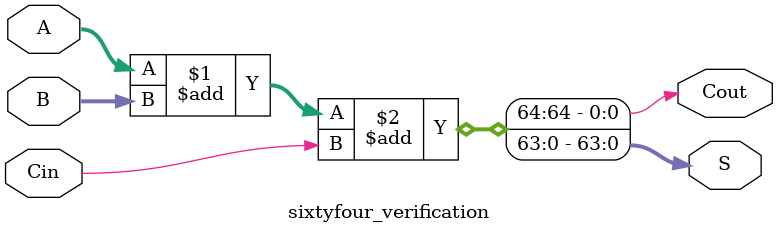
<source format=v>
`timescale 1ns / 1ps


module sixtyfour_verification(Cout, S, A, B, Cin); 
    input [63:0] A, B;
    input Cin;
    output Cout;
    output [63:0] S;
    
    assign {Cout, S} = A + B + Cin;
endmodule

</source>
